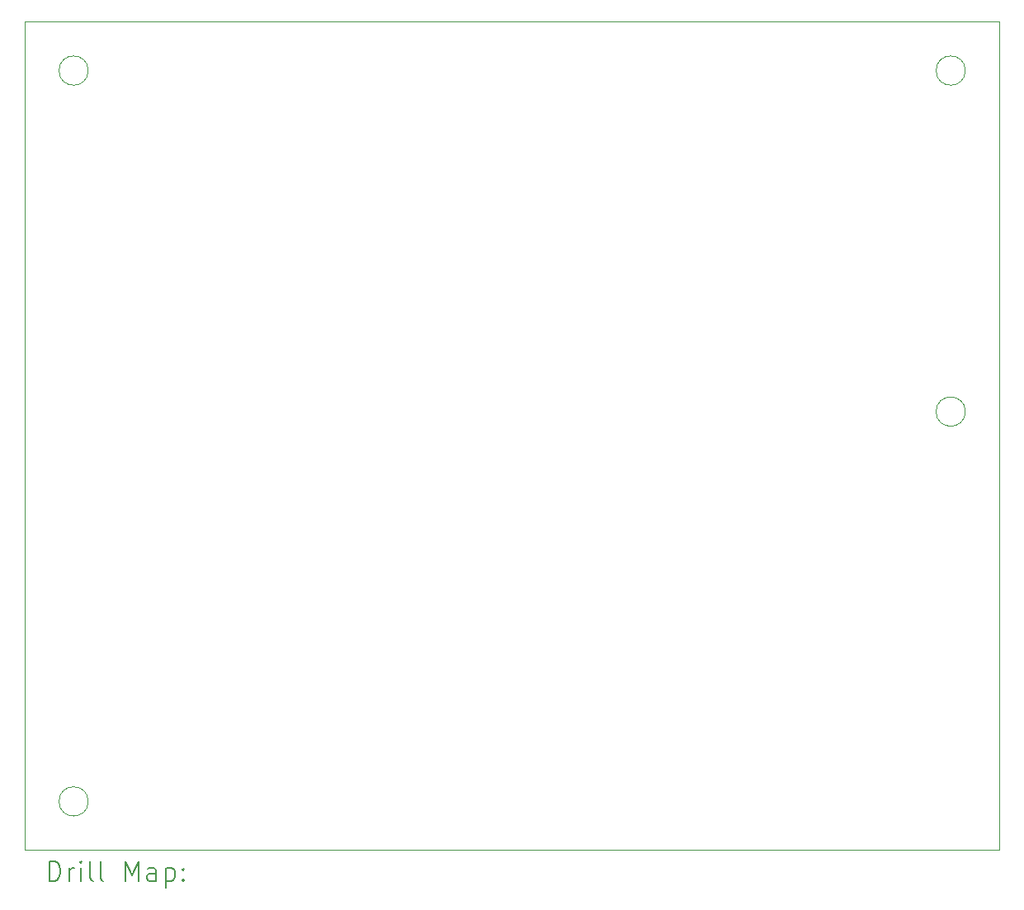
<source format=gbr>
%TF.GenerationSoftware,KiCad,Pcbnew,(6.0.9)*%
%TF.CreationDate,2023-04-06T06:39:00+10:00*%
%TF.ProjectId,Bulma,42756c6d-612e-46b6-9963-61645f706362,rev?*%
%TF.SameCoordinates,Original*%
%TF.FileFunction,Drillmap*%
%TF.FilePolarity,Positive*%
%FSLAX45Y45*%
G04 Gerber Fmt 4.5, Leading zero omitted, Abs format (unit mm)*
G04 Created by KiCad (PCBNEW (6.0.9)) date 2023-04-06 06:39:00*
%MOMM*%
%LPD*%
G01*
G04 APERTURE LIST*
%ADD10C,0.100000*%
%ADD11C,0.200000*%
G04 APERTURE END LIST*
D10*
X11150000Y-14000000D02*
G75*
G03*
X11150000Y-14000000I-150000J0D01*
G01*
X11150000Y-6500000D02*
G75*
G03*
X11150000Y-6500000I-150000J0D01*
G01*
X10500000Y-14500000D02*
X20500000Y-14500000D01*
X20500000Y-14500000D02*
X20500000Y-6000000D01*
X20500000Y-6000000D02*
X10500000Y-6000000D01*
X10500000Y-6000000D02*
X10500000Y-14500000D01*
X20150000Y-6500000D02*
G75*
G03*
X20150000Y-6500000I-150000J0D01*
G01*
X20150000Y-10000000D02*
G75*
G03*
X20150000Y-10000000I-150000J0D01*
G01*
D11*
X10752619Y-14815476D02*
X10752619Y-14615476D01*
X10800238Y-14615476D01*
X10828810Y-14625000D01*
X10847857Y-14644048D01*
X10857381Y-14663095D01*
X10866905Y-14701190D01*
X10866905Y-14729762D01*
X10857381Y-14767857D01*
X10847857Y-14786905D01*
X10828810Y-14805952D01*
X10800238Y-14815476D01*
X10752619Y-14815476D01*
X10952619Y-14815476D02*
X10952619Y-14682143D01*
X10952619Y-14720238D02*
X10962143Y-14701190D01*
X10971667Y-14691667D01*
X10990714Y-14682143D01*
X11009762Y-14682143D01*
X11076429Y-14815476D02*
X11076429Y-14682143D01*
X11076429Y-14615476D02*
X11066905Y-14625000D01*
X11076429Y-14634524D01*
X11085952Y-14625000D01*
X11076429Y-14615476D01*
X11076429Y-14634524D01*
X11200238Y-14815476D02*
X11181190Y-14805952D01*
X11171667Y-14786905D01*
X11171667Y-14615476D01*
X11305000Y-14815476D02*
X11285952Y-14805952D01*
X11276428Y-14786905D01*
X11276428Y-14615476D01*
X11533571Y-14815476D02*
X11533571Y-14615476D01*
X11600238Y-14758333D01*
X11666905Y-14615476D01*
X11666905Y-14815476D01*
X11847857Y-14815476D02*
X11847857Y-14710714D01*
X11838333Y-14691667D01*
X11819286Y-14682143D01*
X11781190Y-14682143D01*
X11762143Y-14691667D01*
X11847857Y-14805952D02*
X11828809Y-14815476D01*
X11781190Y-14815476D01*
X11762143Y-14805952D01*
X11752619Y-14786905D01*
X11752619Y-14767857D01*
X11762143Y-14748809D01*
X11781190Y-14739286D01*
X11828809Y-14739286D01*
X11847857Y-14729762D01*
X11943095Y-14682143D02*
X11943095Y-14882143D01*
X11943095Y-14691667D02*
X11962143Y-14682143D01*
X12000238Y-14682143D01*
X12019286Y-14691667D01*
X12028809Y-14701190D01*
X12038333Y-14720238D01*
X12038333Y-14777381D01*
X12028809Y-14796428D01*
X12019286Y-14805952D01*
X12000238Y-14815476D01*
X11962143Y-14815476D01*
X11943095Y-14805952D01*
X12124048Y-14796428D02*
X12133571Y-14805952D01*
X12124048Y-14815476D01*
X12114524Y-14805952D01*
X12124048Y-14796428D01*
X12124048Y-14815476D01*
X12124048Y-14691667D02*
X12133571Y-14701190D01*
X12124048Y-14710714D01*
X12114524Y-14701190D01*
X12124048Y-14691667D01*
X12124048Y-14710714D01*
M02*

</source>
